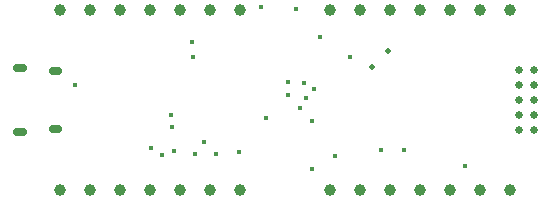
<source format=gbr>
%TF.GenerationSoftware,KiCad,Pcbnew,(5.1.2)-2*%
%TF.CreationDate,2019-11-25T16:57:59+01:00*%
%TF.ProjectId,nanoSAMD21E18v1,6e616e6f-5341-44d4-9432-314531387631,rev?*%
%TF.SameCoordinates,Original*%
%TF.FileFunction,Plated,1,2,PTH,Mixed*%
%TF.FilePolarity,Positive*%
%FSLAX46Y46*%
G04 Gerber Fmt 4.6, Leading zero omitted, Abs format (unit mm)*
G04 Created by KiCad (PCBNEW (5.1.2)-2) date 2019-11-25 16:57:59*
%MOMM*%
%LPD*%
G04 APERTURE LIST*
%TA.AperFunction,ViaDrill*%
%ADD10C,0.400000*%
%TD*%
%TA.AperFunction,ComponentDrill*%
%ADD11C,0.500000*%
%TD*%
%TA.AperFunction,Slot*%
%ADD12C,0.650000*%
%TD*%
%TA.AperFunction,ComponentDrill*%
%ADD13C,0.650000*%
%TD*%
%TA.AperFunction,Slot*%
%ADD14C,0.700000*%
%TD*%
%TA.AperFunction,ComponentDrill*%
%ADD15C,1.000000*%
%TD*%
G04 APERTURE END LIST*
D10*
X126945000Y-92400998D03*
X133436274Y-97734109D03*
X134366000Y-98351594D03*
X135115420Y-94969492D03*
X135188730Y-95946758D03*
X135382000Y-97992808D03*
X136906000Y-88772996D03*
X136928222Y-90047216D03*
X137160000Y-98298000D03*
X137922000Y-97282000D03*
X138938000Y-98298000D03*
X140815840Y-98125990D03*
X142747993Y-85852007D03*
X143129000Y-95250000D03*
X145024964Y-93290954D03*
X145034000Y-92202000D03*
X145654994Y-85964994D03*
X146050000Y-94361000D03*
X146394011Y-92247010D03*
X146544816Y-93515081D03*
X147066000Y-95504000D03*
X147066000Y-99568000D03*
X147209902Y-92795300D03*
X147701002Y-88360010D03*
X148987282Y-98408718D03*
X150241002Y-90043000D03*
X152908000Y-97917000D03*
X154813000Y-97917000D03*
X160020000Y-99314000D03*
D11*
%TO.C,Y1*%
X152146000Y-90932000D03*
X153489503Y-89588497D03*
D12*
%TO.C,J6*%
X125529000Y-91281000D02*
X125129000Y-91281000D01*
X125529000Y-96121000D02*
X125129000Y-96121000D01*
D13*
%TO.C,J5*%
X164592000Y-91186000D03*
X164592000Y-92456000D03*
X164592000Y-93726000D03*
X164592000Y-94996000D03*
X164592000Y-96266000D03*
X165862000Y-91186000D03*
X165862000Y-92456000D03*
X165862000Y-93726000D03*
X165862000Y-94996000D03*
X165862000Y-96266000D03*
D14*
%TO.C,J6*%
X122579000Y-90971000D02*
X122079000Y-90971000D01*
X122579000Y-96431000D02*
X122079000Y-96431000D01*
D15*
%TO.C,J1*%
X125730000Y-101346000D03*
X128270000Y-101346000D03*
X130810000Y-101346000D03*
X133350000Y-101346000D03*
X135890000Y-101346000D03*
X138430000Y-101346000D03*
X140970000Y-101346000D03*
%TO.C,J4*%
X148590000Y-86106000D03*
X151130000Y-86106000D03*
X153670000Y-86106000D03*
X156210000Y-86106000D03*
X158750000Y-86106000D03*
X161290000Y-86106000D03*
X163830000Y-86106000D03*
%TO.C,J2*%
X148590000Y-101346000D03*
X151130000Y-101346000D03*
X153670000Y-101346000D03*
X156210000Y-101346000D03*
X158750000Y-101346000D03*
X161290000Y-101346000D03*
X163830000Y-101346000D03*
%TO.C,J3*%
X125730000Y-86106000D03*
X128270000Y-86106000D03*
X130810000Y-86106000D03*
X133350000Y-86106000D03*
X135890000Y-86106000D03*
X138430000Y-86106000D03*
X140970000Y-86106000D03*
M02*

</source>
